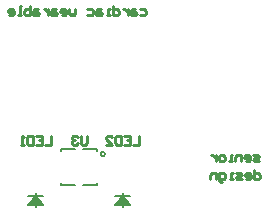
<source format=gbo>
G04*
G04 #@! TF.GenerationSoftware,Altium Limited,Altium Designer,23.3.1 (30)*
G04*
G04 Layer_Color=32896*
%FSLAX44Y44*%
%MOMM*%
G71*
G04*
G04 #@! TF.SameCoordinates,610A2BD2-EBF3-4158-A638-8146B1F39EFF*
G04*
G04*
G04 #@! TF.FilePolarity,Positive*
G04*
G01*
G75*
%ADD10C,0.2000*%
%ADD15C,0.1270*%
%ADD16C,0.1524*%
%ADD17C,0.2540*%
D10*
X275800Y265000D02*
G03*
X275800Y265000I-1800J0D01*
G01*
D15*
X238500Y238500D02*
Y240500D01*
X269500Y238500D02*
Y240500D01*
X238500Y267500D02*
Y269500D01*
X269500Y267500D02*
Y269500D01*
X257500D02*
X269500D01*
X257500Y238500D02*
X269500D01*
X238500Y269500D02*
X250500D01*
X238500Y238500D02*
X250500D01*
D16*
X211074Y221996D02*
X223774D01*
X217424Y229616D02*
X218694Y221996D01*
X217424Y229616D02*
X219964Y221996D01*
X217424Y229616D02*
X221234Y221996D01*
X217424Y229616D02*
X222504Y221996D01*
X217424Y229616D02*
X223774Y221996D01*
X216154D02*
X217424Y229616D01*
X214884Y221996D02*
X217424Y229616D01*
X213614Y221996D02*
X217424Y229616D01*
X212344Y221996D02*
X217424Y229616D01*
X211074Y221996D02*
X217424Y229616D01*
X223774D01*
X211074D02*
X217424D01*
Y232156D01*
Y220218D02*
Y229616D01*
X284734Y221996D02*
X297434D01*
X291084Y229616D02*
X292354Y221996D01*
X291084Y229616D02*
X293624Y221996D01*
X291084Y229616D02*
X294894Y221996D01*
X291084Y229616D02*
X296164Y221996D01*
X291084Y229616D02*
X297434Y221996D01*
X289814D02*
X291084Y229616D01*
X288544Y221996D02*
X291084Y229616D01*
X287274Y221996D02*
X291084Y229616D01*
X286004Y221996D02*
X291084Y229616D01*
X284734Y221996D02*
X291084Y229616D01*
X297434D01*
X284734D02*
X291084D01*
Y232156D01*
Y220218D02*
Y229616D01*
D17*
X406393Y259079D02*
X402585D01*
X401315Y260349D01*
X402585Y261619D01*
X405124D01*
X406393Y262888D01*
X405124Y264158D01*
X401315D01*
X394967Y259079D02*
X397506D01*
X398776Y260349D01*
Y262888D01*
X397506Y264158D01*
X394967D01*
X393698Y262888D01*
Y261619D01*
X398776D01*
X391158Y259079D02*
Y264158D01*
X387350D01*
X386080Y262888D01*
Y259079D01*
X383541D02*
X381002D01*
X382271D01*
Y264158D01*
X383541D01*
X375923Y259079D02*
X373384D01*
X372114Y260349D01*
Y262888D01*
X373384Y264158D01*
X375923D01*
X377193Y262888D01*
Y260349D01*
X375923Y259079D01*
X369575Y264158D02*
Y259079D01*
Y261619D01*
X368306Y262888D01*
X367036Y264158D01*
X365767D01*
X401950Y251460D02*
Y243842D01*
X405759D01*
X407028Y245112D01*
Y247651D01*
X405759Y248921D01*
X401950D01*
X395602Y243842D02*
X398141D01*
X399411Y245112D01*
Y247651D01*
X398141Y248921D01*
X395602D01*
X394332Y247651D01*
Y246381D01*
X399411D01*
X391793Y243842D02*
X387984D01*
X386715Y245112D01*
X387984Y246381D01*
X390524D01*
X391793Y247651D01*
X390524Y248921D01*
X386715D01*
X384176Y243842D02*
X381636D01*
X382906D01*
Y248921D01*
X384176D01*
X375289Y241303D02*
X374019D01*
X372749Y242573D01*
Y248921D01*
X376558D01*
X377828Y247651D01*
Y245112D01*
X376558Y243842D01*
X372749D01*
X370210D02*
Y248921D01*
X366401D01*
X365132Y247651D01*
Y243842D01*
X305404Y387862D02*
X309213D01*
X310483Y386593D01*
Y384053D01*
X309213Y382784D01*
X305404D01*
X301596Y387862D02*
X299056D01*
X297787Y386593D01*
Y382784D01*
X301596D01*
X302865Y384053D01*
X301596Y385323D01*
X297787D01*
X295248Y387862D02*
Y382784D01*
Y385323D01*
X293978Y386593D01*
X292708Y387862D01*
X291439D01*
X282552Y390401D02*
Y382784D01*
X286360D01*
X287630Y384053D01*
Y386593D01*
X286360Y387862D01*
X282552D01*
X280013Y382784D02*
X277473D01*
X278743D01*
Y387862D01*
X280013D01*
X272395D02*
X269856D01*
X268586Y386593D01*
Y382784D01*
X272395D01*
X273665Y384053D01*
X272395Y385323D01*
X268586D01*
X260969Y387862D02*
X264778D01*
X266047Y386593D01*
Y384053D01*
X264778Y382784D01*
X260969D01*
X250812Y387862D02*
Y384053D01*
X249542Y382784D01*
X248273Y384053D01*
X247003Y382784D01*
X245734Y384053D01*
Y387862D01*
X239386Y382784D02*
X241925D01*
X243195Y384053D01*
Y386593D01*
X241925Y387862D01*
X239386D01*
X238116Y386593D01*
Y385323D01*
X243195D01*
X234307Y387862D02*
X231768D01*
X230499Y386593D01*
Y382784D01*
X234307D01*
X235577Y384053D01*
X234307Y385323D01*
X230499D01*
X227959Y387862D02*
Y382784D01*
Y385323D01*
X226690Y386593D01*
X225420Y387862D01*
X224151D01*
X219072D02*
X216533D01*
X215264Y386593D01*
Y382784D01*
X219072D01*
X220342Y384053D01*
X219072Y385323D01*
X215264D01*
X212724Y390401D02*
Y382784D01*
X208916D01*
X207646Y384053D01*
Y385323D01*
Y386593D01*
X208916Y387862D01*
X212724D01*
X205107Y382784D02*
X202568D01*
X203837D01*
Y390401D01*
X205107D01*
X194950Y382784D02*
X197489D01*
X198759Y384053D01*
Y386593D01*
X197489Y387862D01*
X194950D01*
X193680Y386593D01*
Y385323D01*
X198759D01*
X260348Y280669D02*
Y274321D01*
X259078Y273051D01*
X256539D01*
X255270Y274321D01*
Y280669D01*
X252730Y279399D02*
X251461Y280669D01*
X248922D01*
X247652Y279399D01*
Y278130D01*
X248922Y276860D01*
X250191D01*
X248922D01*
X247652Y275590D01*
Y274321D01*
X248922Y273051D01*
X251461D01*
X252730Y274321D01*
X229866Y280669D02*
Y273051D01*
X224788D01*
X217170Y280669D02*
X222248D01*
Y273051D01*
X217170D01*
X222248Y276860D02*
X219709D01*
X214631Y280669D02*
Y273051D01*
X210822D01*
X209552Y274321D01*
Y279399D01*
X210822Y280669D01*
X214631D01*
X207013Y273051D02*
X204474D01*
X205744D01*
Y280669D01*
X207013Y279399D01*
X304795Y280669D02*
Y273051D01*
X299717D01*
X292100Y280669D02*
X297178D01*
Y273051D01*
X292100D01*
X297178Y276860D02*
X294639D01*
X289560Y280669D02*
Y273051D01*
X285752D01*
X284482Y274321D01*
Y279399D01*
X285752Y280669D01*
X289560D01*
X276864Y273051D02*
X281943D01*
X276864Y278130D01*
Y279399D01*
X278134Y280669D01*
X280673D01*
X281943Y279399D01*
M02*

</source>
